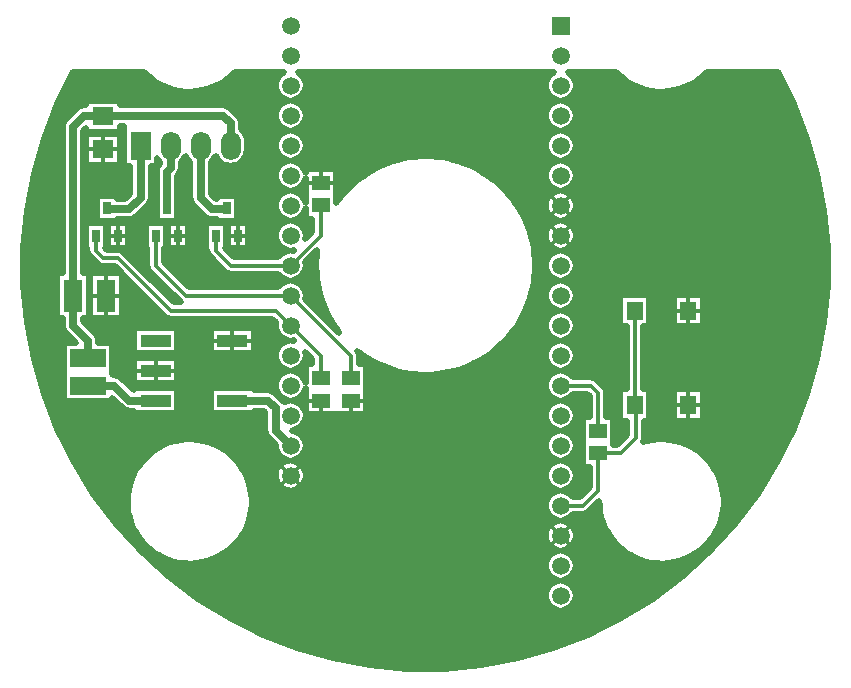
<source format=gtl>
G04 DipTrace 3.2.0.1*
G04 ddssl.GTL*
%MOIN*%
G04 #@! TF.FileFunction,Copper,L1,Top*
G04 #@! TF.Part,Single*
G04 #@! TA.AperFunction,Conductor*
%ADD13C,0.026*%
G04 #@! TA.AperFunction,CopperBalancing*
%ADD14C,0.012992*%
%ADD15C,0.02*%
G04 #@! TA.AperFunction,ComponentPad*
%ADD16C,0.059055*%
%ADD17R,0.059055X0.059055*%
%ADD18R,0.102362X0.03937*%
%ADD19R,0.062992X0.106299*%
G04 #@! TA.AperFunction,ComponentPad*
%ADD20R,0.066929X0.094488*%
%ADD21O,0.066929X0.094488*%
%ADD22R,0.120079X0.059843*%
%ADD24R,0.025591X0.041339*%
%ADD25R,0.070866X0.062992*%
%ADD26R,0.059055X0.051181*%
%ADD29R,0.055118X0.062992*%
G04 #@! TA.AperFunction,ViaPad*
%ADD30C,0.04*%
%FSLAX26Y26*%
G04*
G70*
G90*
G75*
G01*
G04 Top*
%LPD*%
X-1175000Y-100000D2*
D13*
Y462500D1*
X-1137500Y500000D1*
X-1075000D1*
Y497736D1*
X-1125000Y-309843D2*
Y-250000D1*
X-1175000Y-200000D1*
Y-100000D1*
X-1075000Y500000D2*
X-675000D1*
X-650000Y475000D1*
Y400000D1*
X-644094Y-450000D2*
X-525000D1*
X-500000Y-475000D1*
Y-550000D1*
X-450000Y-600000D1*
X-900000Y-450000D2*
X-987500D1*
X-1037500Y-400000D1*
X-1125000D1*
X575000Y-550197D2*
D14*
Y-425000D1*
X550000Y-400000D1*
X450000D1*
X697835Y-150000D2*
Y-464961D1*
X575000Y-625000D2*
X650000D1*
X700000Y-575000D1*
Y-464961D1*
X697835D1*
X450000Y-800000D2*
X525000D1*
X575000Y-750000D1*
Y-625000D1*
X-700000Y100000D2*
Y50000D1*
X-650000Y0D1*
X-450000D1*
X-350000Y200197D2*
Y100000D1*
X-450000Y0D1*
X-662598Y190551D2*
D13*
Y187500D1*
X-712500D1*
X-750000Y225000D1*
Y400000D1*
X-900000Y100000D2*
D14*
Y0D1*
X-800000Y-100000D1*
X-450000D1*
X-250000Y-300000D1*
Y-375197D1*
X-862598Y190551D2*
D13*
Y312402D1*
X-850000Y325000D1*
Y400000D1*
X-450000Y-200000D2*
D14*
X-500000Y-150000D1*
X-850000D1*
X-1025000Y25000D1*
X-1075000D1*
X-1100000Y50000D1*
Y100000D1*
X-450000Y-200000D2*
X-350000Y-300000D1*
Y-375197D1*
X-1062598Y190551D2*
D13*
Y187500D1*
X-987500D1*
X-950000Y225000D1*
Y400000D1*
D30*
X-800000Y-350000D3*
X-750000Y-250000D3*
X-550000D3*
X-1000000Y-100000D3*
X850000Y-300000D3*
X-1125000Y300000D3*
X-975000Y100000D3*
Y50000D3*
X-825000D3*
X-625000D3*
X-775000Y100000D3*
X-575000D3*
X-1100000Y600000D3*
X0D3*
X1150000D3*
X-1000000Y-350000D3*
X0Y-1300000D3*
X-1300000Y0D3*
X-1050000Y-200000D3*
X1300000Y0D3*
X-400000Y-50000D3*
X-1183404Y624781D2*
D15*
X-917698D1*
X-655224D2*
X-495808D1*
X-404178D2*
X404203D1*
X495797D2*
X655213D1*
X917686D2*
X1182136D1*
X-1193308Y604912D2*
X-887879D1*
X-685045D2*
X-502088D1*
X-397899D2*
X397924D1*
X502076D2*
X685033D1*
X887867D2*
X1192041D1*
X-1203213Y585043D2*
X-836134D1*
X-736753D2*
X-500042D1*
X-399945D2*
X399933D1*
X500067D2*
X736778D1*
X836157D2*
X1201908D1*
X-1213080Y565175D2*
X-488344D1*
X-411678D2*
X411667D1*
X488332D2*
X1211812D1*
X-1222984Y545306D2*
X-1133219D1*
X-1016757D2*
X-473919D1*
X-426068D2*
X426093D1*
X473907D2*
X1221717D1*
X-1231417Y525437D2*
X-1161747D1*
X-650739D2*
X-495413D1*
X-404573D2*
X404562D1*
X495438D2*
X1230114D1*
X-1239096Y505568D2*
X-1181734D1*
X-630752D2*
X-502016D1*
X-397971D2*
X397995D1*
X502004D2*
X1237829D1*
X-1246811Y485699D2*
X-1201579D1*
X-615932D2*
X-500257D1*
X-399730D2*
X399753D1*
X500247D2*
X1245508D1*
X-1254491Y465831D2*
X-1210621D1*
X-1016757D2*
X-1006276D1*
X-614209D2*
X-488954D1*
X-411033D2*
X411058D1*
X488942D2*
X1253223D1*
X-1262206Y445962D2*
X-1210801D1*
X-1016757D2*
X-1006276D1*
X-604304D2*
X-472520D1*
X-427504D2*
X427492D1*
X472508D2*
X1260903D1*
X-1269885Y426093D2*
X-1210801D1*
X-1016757D2*
X-1006276D1*
X-595155D2*
X-495018D1*
X-404969D2*
X404957D1*
X495043D2*
X1268617D1*
X-1275841Y406224D2*
X-1210801D1*
X-1016757D2*
X-1006276D1*
X-593719D2*
X-501944D1*
X-398042D2*
X398067D1*
X501933D2*
X1274538D1*
X-1281475Y386356D2*
X-1210801D1*
X-1016757D2*
X-1006276D1*
X-593719D2*
X-500437D1*
X-399550D2*
X399575D1*
X500425D2*
X1280209D1*
X-1287146Y366487D2*
X-1210801D1*
X-1016757D2*
X-1006276D1*
X-597451D2*
X-489564D1*
X-410458D2*
X410448D1*
X489552D2*
X1285841D1*
X-1292780Y346618D2*
X-1210801D1*
X-1016757D2*
X-1006276D1*
X-810890D2*
X-789089D1*
X-710917D2*
X-689115D1*
X-610908D2*
X-470976D1*
X-429046D2*
X-114646D1*
X114635D2*
X429035D1*
X470965D2*
X1291512D1*
X-1298449Y326749D2*
X-1210801D1*
X-1139194D2*
X-985807D1*
X-914201D2*
X-895199D1*
X-814192D2*
X-785789D1*
X-714182D2*
X-494623D1*
X-405364D2*
X-163449D1*
X163437D2*
X405387D1*
X494613D2*
X1297181D1*
X-1304083Y306881D2*
X-1210801D1*
X-1139194D2*
X-985807D1*
X-914201D2*
X-898392D1*
X-819466D2*
X-785789D1*
X-714182D2*
X-501873D1*
X-297675D2*
X-198615D1*
X198604D2*
X398139D1*
X501861D2*
X1302815D1*
X-1308101Y287012D2*
X-1210801D1*
X-1139194D2*
X-985807D1*
X-914201D2*
X-898392D1*
X-826787D2*
X-785789D1*
X-714182D2*
X-500617D1*
X-297675D2*
X-226640D1*
X226630D2*
X399395D1*
X500605D2*
X1306798D1*
X-1311798Y267143D2*
X-1210801D1*
X-1139194D2*
X-985807D1*
X-914201D2*
X-898392D1*
X-826787D2*
X-785789D1*
X-714182D2*
X-490138D1*
X-297675D2*
X-249929D1*
X249919D2*
X409873D1*
X490127D2*
X1310530D1*
X-1315529Y247274D2*
X-1210801D1*
X-1139194D2*
X-985807D1*
X-914201D2*
X-898392D1*
X-826787D2*
X-785789D1*
X-714182D2*
X-469253D1*
X-430734D2*
X-402329D1*
X-297675D2*
X-269738D1*
X269762D2*
X430722D1*
X469278D2*
X1314226D1*
X-1319226Y227406D2*
X-1210801D1*
X-1139194D2*
X-1098196D1*
X-1027021D2*
X-997398D1*
X-914201D2*
X-898392D1*
X-826787D2*
X-785789D1*
X-627020D2*
X-494230D1*
X-297675D2*
X-286839D1*
X286807D2*
X405782D1*
X494218D2*
X1317958D1*
X-1322958Y207537D2*
X-1210801D1*
X-1139194D2*
X-1098196D1*
X-919045D2*
X-898392D1*
X-826787D2*
X-780944D1*
X-627020D2*
X-501765D1*
X301592D2*
X398247D1*
X501753D2*
X1321655D1*
X-1326654Y187668D2*
X-1210801D1*
X-1139194D2*
X-1098411D1*
X-937525D2*
X-898285D1*
X-826930D2*
X-762463D1*
X-626804D2*
X-500795D1*
X314438D2*
X399215D1*
X500785D2*
X1325386D1*
X-1329022Y167799D2*
X-1210801D1*
X-1139194D2*
X-1098196D1*
X-957406D2*
X-898177D1*
X-827003D2*
X-742584D1*
X-627020D2*
X-490677D1*
X325526D2*
X409335D1*
X490665D2*
X1327755D1*
X-1330852Y147930D2*
X-1210801D1*
X-1139194D2*
X-467352D1*
X-432635D2*
X-379293D1*
X335108D2*
X432659D1*
X467340D2*
X1329585D1*
X-1332718Y128062D2*
X-1210801D1*
X-989593D2*
X-935605D1*
X-789610D2*
X-735587D1*
X-589592D2*
X-493762D1*
X-406224D2*
X-379293D1*
X343217D2*
X406213D1*
X493787D2*
X1331415D1*
X-1334549Y108193D2*
X-1210801D1*
X-989593D2*
X-935605D1*
X-789610D2*
X-735587D1*
X-589592D2*
X-501657D1*
X-398329D2*
X-382413D1*
X350035D2*
X398354D1*
X501646D2*
X1333245D1*
X-1336378Y88324D2*
X-1210801D1*
X-989593D2*
X-935605D1*
X-789610D2*
X-735587D1*
X-589592D2*
X-500940D1*
X355597D2*
X399035D1*
X500963D2*
X1335110D1*
X-1338209Y68455D2*
X-1210801D1*
X-989593D2*
X-935605D1*
X-789610D2*
X-735587D1*
X-589592D2*
X-491215D1*
X359975D2*
X408797D1*
X491203D2*
X1336941D1*
X-1339105Y48587D2*
X-1210801D1*
X-1009259D2*
X-929289D1*
X-870709D2*
X-729270D1*
X-657988D2*
X-465127D1*
X363205D2*
X434885D1*
X465115D2*
X1337839D1*
X-1339105Y28718D2*
X-1210801D1*
X-1139194D2*
X-1119332D1*
X-988122D2*
X-929289D1*
X-870709D2*
X-719331D1*
X-638108D2*
X-493332D1*
X-380675D2*
X-365333D1*
X365322D2*
X406680D1*
X493320D2*
X1337839D1*
X-1339105Y8849D2*
X-1210801D1*
X-1139194D2*
X-1099451D1*
X-968243D2*
X-929289D1*
X-868234D2*
X-699450D1*
X-398474D2*
X-366337D1*
X366362D2*
X398462D1*
X501538D2*
X1337839D1*
X-1339105Y-11020D2*
X-1210801D1*
X-1139194D2*
X-1029585D1*
X-948362D2*
X-926957D1*
X-848390D2*
X-679571D1*
X-398904D2*
X-366302D1*
X366290D2*
X398892D1*
X501108D2*
X1337839D1*
X-1339105Y-30888D2*
X-1229281D1*
X-928518D2*
X-909697D1*
X-828509D2*
X-491718D1*
X-408269D2*
X-365154D1*
X365142D2*
X408259D1*
X491741D2*
X1337839D1*
X-1339105Y-50757D2*
X-1229281D1*
X-1010478D2*
X-989861D1*
X-908639D2*
X-889852D1*
X-808630D2*
X-462400D1*
X-437623D2*
X-362892D1*
X362917D2*
X437612D1*
X462388D2*
X1337839D1*
X-1338604Y-70626D2*
X-1229281D1*
X-1010478D2*
X-969982D1*
X-888759D2*
X-869972D1*
X-788786D2*
X-492866D1*
X-407121D2*
X-359555D1*
X359545D2*
X407146D1*
X492854D2*
X1337336D1*
X-1336773Y-90495D2*
X-1229281D1*
X-1010478D2*
X-950102D1*
X-868915D2*
X-850093D1*
X-398581D2*
X-355034D1*
X355059D2*
X398570D1*
X501430D2*
X1335505D1*
X-1334942Y-110364D2*
X-1229281D1*
X-1010478D2*
X-930222D1*
X-849035D2*
X-830248D1*
X-398760D2*
X-349365D1*
X349353D2*
X398749D1*
X501251D2*
X647462D1*
X748206D2*
X824659D1*
X925366D2*
X1333639D1*
X-1333113Y-130232D2*
X-1229281D1*
X-1010478D2*
X-910378D1*
X-379168D2*
X-342403D1*
X342391D2*
X407756D1*
X492244D2*
X647462D1*
X748206D2*
X824659D1*
X925366D2*
X1331810D1*
X-1331247Y-150101D2*
X-1229281D1*
X-1010478D2*
X-890499D1*
X-359287D2*
X-334114D1*
X334102D2*
X441451D1*
X458567D2*
X647462D1*
X748206D2*
X824659D1*
X925366D2*
X1329979D1*
X-1329417Y-169970D2*
X-1229281D1*
X-1010478D2*
X-870618D1*
X-339444D2*
X-324390D1*
X324413D2*
X407613D1*
X492387D2*
X647462D1*
X748206D2*
X824659D1*
X925366D2*
X1328150D1*
X-1327444Y-189839D2*
X-1210801D1*
X-1135356D2*
X-501298D1*
X313110D2*
X398713D1*
X501287D2*
X647462D1*
X748206D2*
X824659D1*
X925366D2*
X1326176D1*
X-1323747Y-209707D2*
X-1209365D1*
X-1115475D2*
X-973965D1*
X-826033D2*
X-718075D1*
X-570108D2*
X-501370D1*
X300084D2*
X398605D1*
X501395D2*
X668526D1*
X727142D2*
X1322444D1*
X-1320014Y-229576D2*
X-1195227D1*
X-1096062D2*
X-973965D1*
X-826033D2*
X-718075D1*
X-570108D2*
X-492722D1*
X285084D2*
X407289D1*
X492710D2*
X668526D1*
X727142D2*
X1318748D1*
X-1316319Y-249445D2*
X-1175346D1*
X-1089207D2*
X-973965D1*
X-826033D2*
X-718075D1*
X-570108D2*
X-461395D1*
X267717D2*
X438617D1*
X461383D2*
X668526D1*
X727142D2*
X1315016D1*
X-1312587Y-269314D2*
X-1207822D1*
X-1042164D2*
X-973965D1*
X-826033D2*
X-718075D1*
X-570108D2*
X-491896D1*
X247550D2*
X408114D1*
X491886D2*
X668526D1*
X727142D2*
X1311320D1*
X-1308891Y-289182D2*
X-1207822D1*
X-1042164D2*
X-973965D1*
X-826033D2*
X-718075D1*
X-570108D2*
X-501155D1*
X223831D2*
X398857D1*
X501143D2*
X668526D1*
X727142D2*
X1307588D1*
X-1305159Y-309051D2*
X-1207822D1*
X-1042164D2*
X-501513D1*
X-398509D2*
X-381552D1*
X-220703D2*
X-195171D1*
X195194D2*
X398497D1*
X501503D2*
X668526D1*
X727142D2*
X1303891D1*
X-1299669Y-328920D2*
X-1207822D1*
X-1042164D2*
X-973965D1*
X-826033D2*
X-493189D1*
X-197665D2*
X-158999D1*
X158988D2*
X406823D1*
X493177D2*
X668526D1*
X727142D2*
X1298365D1*
X-1293999Y-348789D2*
X-1207822D1*
X-1042164D2*
X-973965D1*
X-826033D2*
X-464337D1*
X-435650D2*
X-402329D1*
X-197665D2*
X-107720D1*
X107745D2*
X435638D1*
X464362D2*
X668526D1*
X727142D2*
X1292731D1*
X-1288329Y-368657D2*
X-1207822D1*
X-1022858D2*
X-973965D1*
X-826033D2*
X-491394D1*
X-197665D2*
X408617D1*
X491383D2*
X668526D1*
X727142D2*
X1287062D1*
X-1282696Y-388526D2*
X-1207822D1*
X-999175D2*
X-973965D1*
X-826033D2*
X-501012D1*
X-197665D2*
X399000D1*
X579119D2*
X668526D1*
X727142D2*
X1281392D1*
X-1277026Y-408395D2*
X-1207822D1*
X-979295D2*
X-501621D1*
X-197665D2*
X398390D1*
X598677D2*
X668526D1*
X727142D2*
X1275759D1*
X-1271392Y-428264D2*
X-1207822D1*
X-826033D2*
X-718075D1*
X-197665D2*
X406357D1*
X493643D2*
X537656D1*
X604310D2*
X647462D1*
X748206D2*
X824659D1*
X925366D2*
X1270089D1*
X-1263820Y-448133D2*
X-1207822D1*
X-826033D2*
X-718075D1*
X-477059D2*
X-466706D1*
X-433316D2*
X-402329D1*
X-197665D2*
X433306D1*
X466694D2*
X545694D1*
X604310D2*
X647462D1*
X748206D2*
X824659D1*
X925366D2*
X1262552D1*
X-1256142Y-468001D2*
X-1019286D1*
X-826033D2*
X-718075D1*
X-197665D2*
X409155D1*
X490845D2*
X545694D1*
X604310D2*
X647462D1*
X748206D2*
X824659D1*
X925366D2*
X1254837D1*
X-1248427Y-487870D2*
X-973965D1*
X-826033D2*
X-718075D1*
X-570108D2*
X-536932D1*
X-197665D2*
X399143D1*
X500856D2*
X545694D1*
X604310D2*
X647462D1*
X748206D2*
X824659D1*
X925366D2*
X1247159D1*
X-1240747Y-507739D2*
X-535783D1*
X-398259D2*
X398282D1*
X501718D2*
X522657D1*
X627312D2*
X647462D1*
X748206D2*
X824659D1*
X925366D2*
X1239444D1*
X-1233031Y-527608D2*
X-535783D1*
X-405937D2*
X405925D1*
X494073D2*
X522657D1*
X627312D2*
X670715D1*
X729295D2*
X1231764D1*
X-1225101Y-547476D2*
X-535783D1*
X-431307D2*
X431295D1*
X468703D2*
X522657D1*
X627312D2*
X670715D1*
X729295D2*
X1223798D1*
X-1215197Y-567345D2*
X-531010D1*
X-409705D2*
X409693D1*
X490306D2*
X522657D1*
X627312D2*
X667055D1*
X729295D2*
X1213930D1*
X-1205293Y-587214D2*
X-844530D1*
X-728392D2*
X-512602D1*
X-399335D2*
X399323D1*
X500677D2*
X522657D1*
X627312D2*
X647175D1*
X844520D2*
X1204026D1*
X-1195425Y-607083D2*
X-891718D1*
X-681169D2*
X-501836D1*
X-398186D2*
X398175D1*
X501825D2*
X522657D1*
X891743D2*
X1194122D1*
X-1185521Y-626951D2*
X-920354D1*
X-652533D2*
X-494516D1*
X-405507D2*
X405495D1*
X494505D2*
X522657D1*
X920378D2*
X1184253D1*
X-1175617Y-646820D2*
X-941239D1*
X-631685D2*
X-470474D1*
X-429549D2*
X429538D1*
X470462D2*
X522657D1*
X941227D2*
X1174349D1*
X-1164457Y-666689D2*
X-957278D1*
X-615644D2*
X-489744D1*
X-410280D2*
X410268D1*
X489732D2*
X522657D1*
X957268D2*
X1163190D1*
X-1152148Y-686558D2*
X-969731D1*
X-603193D2*
X-500509D1*
X-399514D2*
X399503D1*
X500497D2*
X545694D1*
X969719D2*
X1150882D1*
X-1139840Y-706427D2*
X-979348D1*
X-593576D2*
X-501908D1*
X-398079D2*
X398067D1*
X501933D2*
X545694D1*
X979336D2*
X1138573D1*
X-1127568Y-726295D2*
X-986488D1*
X-586399D2*
X-494911D1*
X-405076D2*
X405100D1*
X494899D2*
X545694D1*
X986513D2*
X1126265D1*
X-1115260Y-746164D2*
X-991476D1*
X-581446D2*
X-472052D1*
X-427970D2*
X427958D1*
X472041D2*
X538231D1*
X991465D2*
X1113957D1*
X-1102341Y-766033D2*
X-994419D1*
X-578469D2*
X410878D1*
X489122D2*
X518350D1*
X994444D2*
X1101075D1*
X-1087343Y-785902D2*
X-995424D1*
X-577463D2*
X399682D1*
X995448D2*
X1086075D1*
X-1072343Y-805770D2*
X-994526D1*
X-578361D2*
X397995D1*
X559850D2*
X578385D1*
X994551D2*
X1071039D1*
X-1057343Y-825639D2*
X-991692D1*
X-581231D2*
X404706D1*
X536382D2*
X581220D1*
X991680D2*
X1056039D1*
X-1042344Y-845508D2*
X-986848D1*
X-586076D2*
X426524D1*
X473476D2*
X586064D1*
X986836D2*
X1041039D1*
X-1026554Y-865377D2*
X-979814D1*
X-593109D2*
X411488D1*
X488512D2*
X593097D1*
X979802D2*
X1025287D1*
X-1008433Y-885245D2*
X-970340D1*
X-602583D2*
X399898D1*
X500102D2*
X602571D1*
X970329D2*
X1007165D1*
X-990346Y-905114D2*
X-958033D1*
X-614854D2*
X397924D1*
X502076D2*
X614879D1*
X958056D2*
X989043D1*
X-972226Y-924983D2*
X-942243D1*
X-630680D2*
X404311D1*
X495689D2*
X630668D1*
X942232D2*
X970923D1*
X-954104Y-944852D2*
X-921681D1*
X-651206D2*
X425160D1*
X474840D2*
X651230D1*
X921706D2*
X952836D1*
X-933650Y-964720D2*
X-893656D1*
X-679266D2*
X412098D1*
X487902D2*
X679291D1*
X893644D2*
X932383D1*
X-911869Y-984589D2*
X-848335D1*
X-724589D2*
X400076D1*
X499924D2*
X724577D1*
X848323D2*
X910566D1*
X-890051Y-1004458D2*
X397887D1*
X502112D2*
X888783D1*
X-868269Y-1024327D2*
X403951D1*
X496047D2*
X867001D1*
X-844513Y-1044196D2*
X423940D1*
X476060D2*
X843247D1*
X-818210Y-1064064D2*
X412780D1*
X487220D2*
X816907D1*
X-791907Y-1083933D2*
X400291D1*
X499707D2*
X790604D1*
X-765568Y-1103802D2*
X397816D1*
X502184D2*
X764301D1*
X-735390Y-1123671D2*
X403593D1*
X496407D2*
X734087D1*
X-703273Y-1143539D2*
X422756D1*
X477244D2*
X702007D1*
X-671193Y-1163408D2*
X669925D1*
X-636063Y-1183277D2*
X634795D1*
X-596159Y-1203146D2*
X594892D1*
X-556256Y-1223014D2*
X554988D1*
X-509427Y-1242883D2*
X508123D1*
X-458113Y-1262752D2*
X456845D1*
X-400231Y-1282621D2*
X398965D1*
X-330402Y-1302490D2*
X329134D1*
X-236923Y-1322358D2*
X235655D1*
X-76341Y-1342227D2*
X75038D1*
X-399828Y596051D2*
X-401063Y588251D1*
X-403504Y580740D1*
X-407089Y573703D1*
X-411731Y567315D1*
X-417315Y561731D1*
X-423703Y557089D1*
X-430740Y553504D1*
X-438251Y551063D1*
X-444442Y550018D1*
X-438251Y548937D1*
X-430740Y546496D1*
X-423703Y542911D1*
X-417315Y538269D1*
X-411731Y532685D1*
X-407089Y526297D1*
X-403504Y519260D1*
X-401063Y511749D1*
X-399828Y503949D1*
Y496051D1*
X-401063Y488251D1*
X-403504Y480740D1*
X-407089Y473703D1*
X-411731Y467315D1*
X-417315Y461731D1*
X-423703Y457089D1*
X-430740Y453504D1*
X-438251Y451063D1*
X-444442Y450018D1*
X-438251Y448937D1*
X-430740Y446496D1*
X-423703Y442911D1*
X-417315Y438269D1*
X-411731Y432685D1*
X-407089Y426297D1*
X-403504Y419260D1*
X-401063Y411749D1*
X-399828Y403949D1*
Y396051D1*
X-401063Y388251D1*
X-403504Y380740D1*
X-407089Y373703D1*
X-411731Y367315D1*
X-417315Y361731D1*
X-423703Y357089D1*
X-430740Y353504D1*
X-438251Y351063D1*
X-444442Y350018D1*
X-438251Y348937D1*
X-430740Y346496D1*
X-423703Y342911D1*
X-417315Y338269D1*
X-411731Y332685D1*
X-407089Y326297D1*
X-403504Y319260D1*
X-401063Y311749D1*
X-400325Y308039D1*
X-400328Y321391D1*
X-299672D1*
Y207438D1*
X-286936Y224722D1*
X-275248Y238895D1*
X-262861Y252461D1*
X-249806Y265386D1*
X-236115Y277636D1*
X-221825Y289181D1*
X-206972Y299991D1*
X-191593Y310039D1*
X-175727Y319301D1*
X-159415Y327749D1*
X-142697Y335365D1*
X-125617Y342130D1*
X-108218Y348025D1*
X-90543Y353035D1*
X-72640Y357150D1*
X-54551Y360357D1*
X-36324Y362647D1*
X-18004Y364017D1*
X361Y364462D1*
X18726Y363980D1*
X37043Y362575D1*
X55265Y360248D1*
X73348Y357005D1*
X91244Y352856D1*
X108908Y347810D1*
X126295Y341881D1*
X143362Y335081D1*
X160064Y327432D1*
X176360Y318951D1*
X192207Y309659D1*
X207567Y299580D1*
X222399Y288740D1*
X236665Y277168D1*
X250332Y264890D1*
X263361Y251940D1*
X275722Y238349D1*
X287382Y224152D1*
X298311Y209387D1*
X308483Y194089D1*
X317871Y178299D1*
X326451Y162055D1*
X334203Y145399D1*
X341105Y128374D1*
X347140Y111024D1*
X352294Y93391D1*
X356552Y75520D1*
X359904Y57458D1*
X362343Y39249D1*
X363860Y20941D1*
X364462Y0D1*
X363999Y-18365D1*
X362612Y-36684D1*
X360302Y-54908D1*
X357077Y-72993D1*
X352946Y-90894D1*
X347917Y-108563D1*
X342005Y-125957D1*
X335224Y-143030D1*
X327591Y-159740D1*
X319126Y-176043D1*
X309849Y-191900D1*
X299786Y-207270D1*
X288961Y-222113D1*
X277402Y-236391D1*
X265138Y-250068D1*
X252201Y-263112D1*
X238622Y-275486D1*
X224437Y-287159D1*
X209682Y-298104D1*
X194395Y-308290D1*
X178614Y-317694D1*
X162378Y-326291D1*
X145731Y-334059D1*
X128713Y-340978D1*
X111367Y-347030D1*
X93740Y-352201D1*
X75874Y-356476D1*
X57815Y-359848D1*
X39609Y-362303D1*
X21302Y-363839D1*
X2942Y-364450D1*
X-15427Y-364135D1*
X-33756Y-362895D1*
X-51999Y-360734D1*
X-70109Y-357655D1*
X-88042Y-353668D1*
X-105752Y-348782D1*
X-123192Y-343010D1*
X-140319Y-336367D1*
X-157091Y-328869D1*
X-173462Y-320535D1*
X-189394Y-311388D1*
X-204844Y-301449D1*
X-219773Y-290744D1*
X-227226Y-284954D1*
X-224782Y-289554D1*
X-223458Y-293627D1*
X-222787Y-297858D1*
X-222703Y-328815D1*
X-199672Y-328806D1*
Y-496391D1*
X-399803D1*
X-399828Y-503949D1*
X-401063Y-511749D1*
X-403504Y-519260D1*
X-407089Y-526297D1*
X-411731Y-532685D1*
X-417315Y-538269D1*
X-423703Y-542911D1*
X-430740Y-546496D1*
X-438251Y-548937D1*
X-444442Y-549982D1*
X-438251Y-551063D1*
X-430740Y-553504D1*
X-423703Y-557089D1*
X-417315Y-561731D1*
X-411731Y-567315D1*
X-407089Y-573703D1*
X-403504Y-580740D1*
X-401063Y-588251D1*
X-399828Y-596051D1*
Y-603949D1*
X-401063Y-611749D1*
X-403504Y-619260D1*
X-407089Y-626297D1*
X-411731Y-632685D1*
X-417315Y-638269D1*
X-423703Y-642911D1*
X-430740Y-646496D1*
X-438251Y-648937D1*
X-444442Y-649982D1*
X-437429Y-651268D1*
X-430471Y-653615D1*
X-423930Y-656950D1*
X-417944Y-661202D1*
X-412639Y-666280D1*
X-408131Y-672075D1*
X-404513Y-678465D1*
X-401864Y-685312D1*
X-400239Y-692472D1*
X-399672Y-700000D1*
X-400209Y-707323D1*
X-401803Y-714490D1*
X-404425Y-721349D1*
X-408016Y-727753D1*
X-412501Y-733567D1*
X-417785Y-738665D1*
X-423753Y-742942D1*
X-430281Y-746303D1*
X-437228Y-748680D1*
X-444448Y-750021D1*
X-451785Y-750295D1*
X-459084Y-749501D1*
X-466190Y-747652D1*
X-472951Y-744789D1*
X-479224Y-740972D1*
X-484875Y-736285D1*
X-489783Y-730824D1*
X-493845Y-724706D1*
X-496974Y-718064D1*
X-499102Y-711037D1*
X-500186Y-703774D1*
X-500201Y-696432D1*
X-499147Y-689165D1*
X-497047Y-682130D1*
X-493948Y-675474D1*
X-489911Y-669340D1*
X-485025Y-663860D1*
X-479392Y-659148D1*
X-473136Y-655306D1*
X-466386Y-652415D1*
X-459287Y-650537D1*
X-455734Y-650001D1*
X-461749Y-648937D1*
X-469260Y-646496D1*
X-476297Y-642911D1*
X-482685Y-638269D1*
X-488269Y-632685D1*
X-492911Y-626297D1*
X-496496Y-619260D1*
X-498937Y-611749D1*
X-500172Y-603949D1*
X-500232Y-597579D1*
X-525702Y-571951D1*
X-528819Y-567660D1*
X-531227Y-562934D1*
X-532866Y-557891D1*
X-533696Y-552652D1*
X-533801Y-489033D1*
X-538997Y-483803D1*
X-572115Y-483801D1*
X-572113Y-490486D1*
X-716076D1*
Y-409514D1*
X-572113D1*
Y-416226D1*
X-522348Y-416304D1*
X-517109Y-417134D1*
X-512066Y-418773D1*
X-507340Y-421181D1*
X-503049Y-424298D1*
X-476100Y-451100D1*
X-474291Y-453056D1*
X-469260Y-453504D1*
X-461749Y-451063D1*
X-455558Y-450018D1*
X-461749Y-448937D1*
X-469260Y-446496D1*
X-476297Y-442911D1*
X-482685Y-438269D1*
X-488269Y-432685D1*
X-492911Y-426297D1*
X-496496Y-419260D1*
X-498937Y-411749D1*
X-500172Y-403949D1*
Y-396051D1*
X-498937Y-388251D1*
X-496496Y-380740D1*
X-492911Y-373703D1*
X-488269Y-367315D1*
X-482685Y-361731D1*
X-476297Y-357089D1*
X-469260Y-353504D1*
X-461749Y-351063D1*
X-455558Y-350018D1*
X-461749Y-348937D1*
X-469260Y-346496D1*
X-476297Y-342911D1*
X-482685Y-338269D1*
X-488269Y-332685D1*
X-492911Y-326297D1*
X-496496Y-319260D1*
X-498937Y-311749D1*
X-500172Y-303949D1*
Y-296051D1*
X-498937Y-288251D1*
X-496496Y-280740D1*
X-492911Y-273703D1*
X-488269Y-267315D1*
X-482685Y-261731D1*
X-476297Y-257089D1*
X-469260Y-253504D1*
X-461749Y-251063D1*
X-455558Y-250018D1*
X-461749Y-248937D1*
X-469260Y-246496D1*
X-476297Y-242911D1*
X-482685Y-238269D1*
X-488269Y-232685D1*
X-492911Y-226297D1*
X-496496Y-219260D1*
X-498937Y-211749D1*
X-500172Y-203949D1*
Y-196051D1*
X-499169Y-189417D1*
X-511295Y-177307D1*
X-852142Y-177211D1*
X-856373Y-176542D1*
X-860446Y-175218D1*
X-864262Y-173274D1*
X-867727Y-170756D1*
X-940755Y-97848D1*
X-1036287Y-2315D1*
X-1077142Y-2211D1*
X-1081373Y-1542D1*
X-1085446Y-218D1*
X-1089262Y1726D1*
X-1092727Y4244D1*
X-1119302Y30698D1*
X-1122083Y33955D1*
X-1124322Y37608D1*
X-1125961Y41566D1*
X-1126961Y45730D1*
X-1127297Y50000D1*
Y58504D1*
X-1133594Y58530D1*
Y141469D1*
X-1066404D1*
Y58530D1*
X-1069957D1*
X-1063673Y52276D1*
X-1022858Y52211D1*
X-1018627Y51542D1*
X-1014554Y50218D1*
X-1010738Y48274D1*
X-1007273Y45756D1*
X-934245Y-27152D1*
X-838713Y-122685D1*
X-815156Y-122703D1*
X-819307Y-119295D1*
X-920756Y-17727D1*
X-923274Y-14262D1*
X-925218Y-10446D1*
X-926542Y-6373D1*
X-927213Y-2142D1*
X-927297Y58528D1*
X-933594Y58530D1*
Y141469D1*
X-866404D1*
Y58530D1*
X-872684D1*
X-872703Y11331D1*
X-788718Y-72680D1*
X-492293Y-72703D1*
X-488269Y-67315D1*
X-482685Y-61731D1*
X-476297Y-57089D1*
X-469260Y-53504D1*
X-461749Y-51063D1*
X-455558Y-50018D1*
X-461749Y-48937D1*
X-469260Y-46496D1*
X-476297Y-42911D1*
X-482685Y-38269D1*
X-488269Y-32685D1*
X-492251Y-27285D1*
X-652142Y-27213D1*
X-656373Y-26542D1*
X-660446Y-25218D1*
X-664262Y-23274D1*
X-667727Y-20756D1*
X-719302Y30698D1*
X-722083Y33955D1*
X-724322Y37608D1*
X-725961Y41566D1*
X-726961Y45730D1*
X-727295Y50008D1*
X-730709Y58530D1*
X-733594D1*
Y141469D1*
X-666404D1*
Y58530D1*
X-669957D1*
X-638705Y27307D1*
X-492289Y27297D1*
X-488269Y32685D1*
X-482685Y38269D1*
X-476297Y42911D1*
X-469260Y46496D1*
X-461749Y48937D1*
X-455558Y49982D1*
X-461749Y51063D1*
X-469260Y53504D1*
X-476297Y57089D1*
X-482685Y61731D1*
X-488269Y67315D1*
X-492911Y73703D1*
X-496496Y80740D1*
X-498937Y88251D1*
X-500172Y96051D1*
Y103949D1*
X-498937Y111749D1*
X-496496Y119260D1*
X-492911Y126297D1*
X-488269Y132685D1*
X-482685Y138269D1*
X-476297Y142911D1*
X-469260Y146496D1*
X-461749Y148937D1*
X-455558Y149982D1*
X-461749Y151063D1*
X-469260Y153504D1*
X-476297Y157089D1*
X-482685Y161731D1*
X-488269Y167315D1*
X-492911Y173703D1*
X-496496Y180740D1*
X-498937Y188251D1*
X-500172Y196051D1*
Y203949D1*
X-498937Y211749D1*
X-496496Y219260D1*
X-492911Y226297D1*
X-488269Y232685D1*
X-482685Y238269D1*
X-476297Y242911D1*
X-469260Y246496D1*
X-461749Y248937D1*
X-455558Y249982D1*
X-461749Y251063D1*
X-469260Y253504D1*
X-476297Y257089D1*
X-482685Y261731D1*
X-488269Y267315D1*
X-492911Y273703D1*
X-496496Y280740D1*
X-498937Y288251D1*
X-500172Y296051D1*
Y303949D1*
X-498937Y311749D1*
X-496496Y319260D1*
X-492911Y326297D1*
X-488269Y332685D1*
X-482685Y338269D1*
X-476297Y342911D1*
X-469260Y346496D1*
X-461749Y348937D1*
X-455558Y349982D1*
X-461749Y351063D1*
X-469260Y353504D1*
X-476297Y357089D1*
X-482685Y361731D1*
X-488269Y367315D1*
X-492911Y373703D1*
X-496496Y380740D1*
X-498937Y388251D1*
X-500172Y396051D1*
Y403949D1*
X-498937Y411749D1*
X-496496Y419260D1*
X-492911Y426297D1*
X-488269Y432685D1*
X-482685Y438269D1*
X-476297Y442911D1*
X-469260Y446496D1*
X-461749Y448937D1*
X-455558Y449982D1*
X-461749Y451063D1*
X-469260Y453504D1*
X-476297Y457089D1*
X-482685Y461731D1*
X-488269Y467315D1*
X-492911Y473703D1*
X-496496Y480740D1*
X-498937Y488251D1*
X-500172Y496051D1*
Y503949D1*
X-498937Y511749D1*
X-496496Y519260D1*
X-492911Y526297D1*
X-488269Y532685D1*
X-482685Y538269D1*
X-476297Y542911D1*
X-469260Y546496D1*
X-461749Y548937D1*
X-455558Y549982D1*
X-461749Y551063D1*
X-469260Y553504D1*
X-476297Y557089D1*
X-482685Y561731D1*
X-488269Y567315D1*
X-492911Y573703D1*
X-496496Y580740D1*
X-498937Y588251D1*
X-500172Y596051D1*
Y603949D1*
X-498937Y611749D1*
X-496496Y619260D1*
X-492911Y626297D1*
X-488269Y632685D1*
X-482685Y638269D1*
X-476297Y642911D1*
X-473185Y644654D1*
X-635703Y644650D1*
X-648808Y631879D1*
X-663054Y620285D1*
X-678270Y610000D1*
X-694339Y601104D1*
X-711133Y593668D1*
X-728520Y587749D1*
X-746362Y583395D1*
X-764521Y580640D1*
X-782853Y579507D1*
X-801213Y580001D1*
X-819457Y582123D1*
X-837441Y585853D1*
X-855024Y591161D1*
X-872066Y598009D1*
X-888434Y606340D1*
X-904000Y616089D1*
X-918640Y627180D1*
X-932239Y639525D1*
X-937196Y644665D1*
X-1175545Y644650D1*
X-1228223Y538810D1*
X-1272996Y423231D1*
X-1306916Y304013D1*
X-1329690Y182176D1*
X-1341125Y58756D1*
X-1341123Y-65193D1*
X-1329685Y-188613D1*
X-1306908Y-310450D1*
X-1272987Y-429667D1*
X-1228210Y-545245D1*
X-1172959Y-656198D1*
X-1107709Y-761581D1*
X-1033010Y-860493D1*
X-949507Y-952091D1*
X-857907Y-1035592D1*
X-758993Y-1110287D1*
X-653609Y-1175537D1*
X-542654Y-1230783D1*
X-427075Y-1275556D1*
X-307857Y-1309476D1*
X-186020Y-1332251D1*
X-62600Y-1343685D1*
X61349Y-1343684D1*
X184769Y-1332247D1*
X306606Y-1309469D1*
X425823Y-1275547D1*
X541402Y-1230772D1*
X652356Y-1175522D1*
X757738Y-1110270D1*
X856650Y-1035572D1*
X948248Y-952068D1*
X1031749Y-860469D1*
X1106445Y-761555D1*
X1171694Y-656171D1*
X1226941Y-545215D1*
X1271714Y-429636D1*
X1305634Y-310420D1*
X1328408Y-188581D1*
X1339844Y-65161D1*
X1339843Y58786D1*
X1328404Y182207D1*
X1305627Y304045D1*
X1271706Y423261D1*
X1226930Y538840D1*
X1174245Y644639D1*
X937244Y644650D1*
X924105Y631879D1*
X909860Y620285D1*
X894643Y610000D1*
X878575Y601104D1*
X861781Y593668D1*
X844394Y587749D1*
X826551Y583395D1*
X808392Y580640D1*
X790060Y579507D1*
X771701Y580001D1*
X753457Y582123D1*
X735472Y585853D1*
X717890Y591161D1*
X700848Y598009D1*
X684479Y606340D1*
X668913Y616089D1*
X654273Y627180D1*
X640675Y639525D1*
X635718Y644665D1*
X473190Y644650D1*
X479581Y640715D1*
X485587Y635587D1*
X490715Y629581D1*
X494843Y622848D1*
X497865Y615552D1*
X499707Y607873D1*
X500328Y600000D1*
X499707Y592127D1*
X497865Y584448D1*
X494843Y577152D1*
X490715Y570419D1*
X485587Y564413D1*
X479581Y559285D1*
X472848Y555157D1*
X465552Y552135D1*
X457873Y550293D1*
X455558Y550018D1*
X461749Y548937D1*
X469260Y546496D1*
X476297Y542911D1*
X482685Y538269D1*
X488269Y532685D1*
X492911Y526297D1*
X496496Y519260D1*
X498937Y511749D1*
X500172Y503949D1*
Y496051D1*
X498937Y488251D1*
X496496Y480740D1*
X492911Y473703D1*
X488269Y467315D1*
X482685Y461731D1*
X476297Y457089D1*
X469260Y453504D1*
X461749Y451063D1*
X455558Y450018D1*
X461749Y448937D1*
X469260Y446496D1*
X476297Y442911D1*
X482685Y438269D1*
X488269Y432685D1*
X492911Y426297D1*
X496496Y419260D1*
X498937Y411749D1*
X500172Y403949D1*
Y396051D1*
X498937Y388251D1*
X496496Y380740D1*
X492911Y373703D1*
X488269Y367315D1*
X482685Y361731D1*
X476297Y357089D1*
X469260Y353504D1*
X461749Y351063D1*
X455558Y350018D1*
X461749Y348937D1*
X469260Y346496D1*
X476297Y342911D1*
X482685Y338269D1*
X488269Y332685D1*
X492911Y326297D1*
X496496Y319260D1*
X498937Y311749D1*
X500172Y303949D1*
Y296051D1*
X498937Y288251D1*
X496496Y280740D1*
X492911Y273703D1*
X488269Y267315D1*
X482685Y261731D1*
X476297Y257089D1*
X469260Y253504D1*
X461749Y251063D1*
X455558Y250018D1*
X462571Y248732D1*
X469529Y246385D1*
X476070Y243050D1*
X482056Y238798D1*
X487361Y233720D1*
X491869Y227925D1*
X495487Y221535D1*
X498136Y214688D1*
X499761Y207528D1*
X500328Y200000D1*
X499791Y192677D1*
X498197Y185510D1*
X495575Y178651D1*
X491984Y172247D1*
X487499Y166433D1*
X482215Y161335D1*
X476247Y157058D1*
X469719Y153697D1*
X462772Y151320D1*
X455717Y150001D1*
X462571Y148732D1*
X469529Y146385D1*
X476070Y143050D1*
X482056Y138798D1*
X487361Y133720D1*
X491869Y127925D1*
X495487Y121535D1*
X498136Y114688D1*
X499761Y107528D1*
X500328Y100000D1*
X499791Y92677D1*
X498197Y85510D1*
X495575Y78651D1*
X491984Y72247D1*
X487499Y66433D1*
X482215Y61335D1*
X476247Y57058D1*
X469719Y53697D1*
X462772Y51320D1*
X455717Y50001D1*
X461749Y48937D1*
X469260Y46496D1*
X476297Y42911D1*
X482685Y38269D1*
X488269Y32685D1*
X492911Y26297D1*
X496496Y19260D1*
X498937Y11749D1*
X500172Y3949D1*
Y-3949D1*
X498937Y-11749D1*
X496496Y-19260D1*
X492911Y-26297D1*
X488269Y-32685D1*
X482685Y-38269D1*
X476297Y-42911D1*
X469260Y-46496D1*
X461749Y-48937D1*
X455558Y-49982D1*
X461749Y-51063D1*
X469260Y-53504D1*
X476297Y-57089D1*
X482685Y-61731D1*
X488269Y-67315D1*
X492911Y-73703D1*
X496496Y-80740D1*
X498937Y-88251D1*
X500172Y-96051D1*
Y-103949D1*
X498937Y-111749D1*
X496496Y-119260D1*
X492911Y-126297D1*
X488269Y-132685D1*
X482685Y-138269D1*
X476297Y-142911D1*
X469260Y-146496D1*
X461749Y-148937D1*
X455558Y-149982D1*
X461749Y-151063D1*
X469260Y-153504D1*
X476297Y-157089D1*
X482685Y-161731D1*
X488269Y-167315D1*
X492911Y-173703D1*
X496496Y-180740D1*
X498937Y-188251D1*
X500172Y-196051D1*
Y-203949D1*
X498937Y-211749D1*
X496496Y-219260D1*
X492911Y-226297D1*
X488269Y-232685D1*
X482685Y-238269D1*
X476297Y-242911D1*
X469260Y-246496D1*
X461749Y-248937D1*
X455558Y-249982D1*
X461749Y-251063D1*
X469260Y-253504D1*
X476297Y-257089D1*
X482685Y-261731D1*
X488269Y-267315D1*
X492911Y-273703D1*
X496496Y-280740D1*
X498937Y-288251D1*
X500172Y-296051D1*
Y-303949D1*
X498937Y-311749D1*
X496496Y-319260D1*
X492911Y-326297D1*
X488269Y-332685D1*
X482685Y-338269D1*
X476297Y-342911D1*
X469260Y-346496D1*
X461749Y-348937D1*
X455558Y-349982D1*
X461749Y-351063D1*
X469260Y-353504D1*
X476297Y-357089D1*
X482685Y-361731D1*
X488269Y-367315D1*
X492251Y-372715D1*
X552142Y-372787D1*
X556373Y-373458D1*
X560446Y-374782D1*
X564262Y-376726D1*
X567727Y-379244D1*
X594302Y-405698D1*
X597083Y-408955D1*
X599322Y-412608D1*
X600961Y-416566D1*
X601961Y-420730D1*
X602295Y-425008D1*
X602297Y-503837D1*
X625328Y-503807D1*
Y-597736D1*
X638694Y-597703D1*
X672693Y-563705D1*
X672703Y-517257D1*
X649476D1*
Y-412665D1*
X670539D1*
X670538Y-202324D1*
X649476Y-202297D1*
Y-97705D1*
X746194D1*
Y-202297D1*
X725130D1*
X725131Y-412636D1*
X746194Y-412665D1*
Y-517257D1*
X727283D1*
X727213Y-577142D1*
X726542Y-581373D1*
X725218Y-585446D1*
X723269Y-589269D1*
X739318Y-584915D1*
X757370Y-581529D1*
X775651Y-579757D1*
X794017Y-579613D1*
X812323Y-581097D1*
X830427Y-584199D1*
X848182Y-588894D1*
X865454Y-595143D1*
X882102Y-602899D1*
X897997Y-612101D1*
X913014Y-622675D1*
X927035Y-634539D1*
X939949Y-647600D1*
X951655Y-661753D1*
X962059Y-676888D1*
X971080Y-692887D1*
X978648Y-709622D1*
X984703Y-726962D1*
X989197Y-744770D1*
X992094Y-762907D1*
X993373Y-781228D1*
X993235Y-795640D1*
X991606Y-813934D1*
X988362Y-832012D1*
X983529Y-849732D1*
X977144Y-866953D1*
X969257Y-883539D1*
X959932Y-899362D1*
X949240Y-914297D1*
X937266Y-928223D1*
X924105Y-941034D1*
X909860Y-952629D1*
X894643Y-962913D1*
X878575Y-971810D1*
X861781Y-979245D1*
X844394Y-985164D1*
X826551Y-989518D1*
X808392Y-992273D1*
X790060Y-993407D1*
X771701Y-992912D1*
X753457Y-990790D1*
X735472Y-987060D1*
X717890Y-981752D1*
X700848Y-974904D1*
X684479Y-966573D1*
X668913Y-956824D1*
X654273Y-945734D1*
X640675Y-933388D1*
X628223Y-919886D1*
X617017Y-905333D1*
X607146Y-889845D1*
X598688Y-873542D1*
X591706Y-856554D1*
X586259Y-839014D1*
X582388Y-821060D1*
X580123Y-802833D1*
X579497Y-784083D1*
X542727Y-820756D1*
X539262Y-823274D1*
X535446Y-825218D1*
X531373Y-826542D1*
X527142Y-827211D1*
X492310Y-827297D1*
X488269Y-832685D1*
X482685Y-838269D1*
X476297Y-842911D1*
X469260Y-846496D1*
X461749Y-848937D1*
X455558Y-849982D1*
X462571Y-851268D1*
X469529Y-853615D1*
X476070Y-856950D1*
X482056Y-861202D1*
X487361Y-866280D1*
X491869Y-872075D1*
X495487Y-878465D1*
X498136Y-885312D1*
X499761Y-892472D1*
X500328Y-900000D1*
X499791Y-907323D1*
X498197Y-914490D1*
X495575Y-921349D1*
X491984Y-927753D1*
X487499Y-933567D1*
X482215Y-938665D1*
X476247Y-942942D1*
X469719Y-946303D1*
X462772Y-948680D1*
X455717Y-949999D1*
X461749Y-951063D1*
X469260Y-953504D1*
X476297Y-957089D1*
X482685Y-961731D1*
X488269Y-967315D1*
X492911Y-973703D1*
X496496Y-980740D1*
X498937Y-988251D1*
X500172Y-996051D1*
Y-1003949D1*
X498937Y-1011749D1*
X496496Y-1019260D1*
X492911Y-1026297D1*
X488269Y-1032685D1*
X482685Y-1038269D1*
X476297Y-1042911D1*
X469260Y-1046496D1*
X461749Y-1048937D1*
X455558Y-1049982D1*
X461749Y-1051063D1*
X469260Y-1053504D1*
X476297Y-1057089D1*
X482685Y-1061731D1*
X488269Y-1067315D1*
X492911Y-1073703D1*
X496496Y-1080740D1*
X498937Y-1088251D1*
X500172Y-1096051D1*
Y-1103949D1*
X498937Y-1111749D1*
X496496Y-1119260D1*
X492911Y-1126297D1*
X488269Y-1132685D1*
X482685Y-1138269D1*
X476297Y-1142911D1*
X469260Y-1146496D1*
X461749Y-1148937D1*
X453949Y-1150172D1*
X446051D1*
X438251Y-1148937D1*
X430740Y-1146496D1*
X423703Y-1142911D1*
X417315Y-1138269D1*
X411731Y-1132685D1*
X407089Y-1126297D1*
X403504Y-1119260D1*
X401063Y-1111749D1*
X399828Y-1103949D1*
Y-1096051D1*
X401063Y-1088251D1*
X403504Y-1080740D1*
X407089Y-1073703D1*
X411731Y-1067315D1*
X417315Y-1061731D1*
X423703Y-1057089D1*
X430740Y-1053504D1*
X438251Y-1051063D1*
X444442Y-1050018D1*
X438251Y-1048937D1*
X430740Y-1046496D1*
X423703Y-1042911D1*
X417315Y-1038269D1*
X411731Y-1032685D1*
X407089Y-1026297D1*
X403504Y-1019260D1*
X401063Y-1011749D1*
X399828Y-1003949D1*
Y-996051D1*
X401063Y-988251D1*
X403504Y-980740D1*
X407089Y-973703D1*
X411731Y-967315D1*
X417315Y-961731D1*
X423703Y-957089D1*
X430740Y-953504D1*
X438251Y-951063D1*
X444442Y-950018D1*
X437328Y-948706D1*
X430377Y-946344D1*
X423843Y-942996D1*
X417865Y-938732D1*
X412571Y-933643D1*
X408073Y-927840D1*
X404469Y-921442D1*
X401833Y-914589D1*
X400223Y-907425D1*
X399672Y-900104D1*
X400193Y-892780D1*
X401774Y-885609D1*
X404381Y-878745D1*
X407959Y-872333D1*
X412433Y-866510D1*
X417705Y-861400D1*
X423665Y-857113D1*
X430186Y-853738D1*
X437129Y-851346D1*
X444266Y-850001D1*
X438251Y-848937D1*
X430740Y-846496D1*
X423703Y-842911D1*
X417315Y-838269D1*
X411731Y-832685D1*
X407089Y-826297D1*
X403504Y-819260D1*
X401063Y-811749D1*
X399828Y-803949D1*
Y-796051D1*
X401063Y-788251D1*
X403504Y-780740D1*
X407089Y-773703D1*
X411731Y-767315D1*
X417315Y-761731D1*
X423703Y-757089D1*
X430740Y-753504D1*
X438251Y-751063D1*
X444442Y-750018D1*
X438251Y-748937D1*
X430740Y-746496D1*
X423703Y-742911D1*
X417315Y-738269D1*
X411731Y-732685D1*
X407089Y-726297D1*
X403504Y-719260D1*
X401063Y-711749D1*
X399828Y-703949D1*
Y-696051D1*
X401063Y-688251D1*
X403504Y-680740D1*
X407089Y-673703D1*
X411731Y-667315D1*
X417315Y-661731D1*
X423703Y-657089D1*
X430740Y-653504D1*
X438251Y-651063D1*
X444442Y-650018D1*
X438251Y-648937D1*
X430740Y-646496D1*
X423703Y-642911D1*
X417315Y-638269D1*
X411731Y-632685D1*
X407089Y-626297D1*
X403504Y-619260D1*
X401063Y-611749D1*
X399828Y-603949D1*
Y-596051D1*
X401063Y-588251D1*
X403504Y-580740D1*
X407089Y-573703D1*
X411731Y-567315D1*
X417315Y-561731D1*
X423703Y-557089D1*
X430740Y-553504D1*
X438251Y-551063D1*
X444442Y-550018D1*
X438251Y-548937D1*
X430740Y-546496D1*
X423703Y-542911D1*
X417315Y-538269D1*
X411731Y-532685D1*
X407089Y-526297D1*
X403504Y-519260D1*
X401063Y-511749D1*
X399828Y-503949D1*
Y-496051D1*
X401063Y-488251D1*
X403504Y-480740D1*
X407089Y-473703D1*
X411731Y-467315D1*
X417315Y-461731D1*
X423703Y-457089D1*
X430740Y-453504D1*
X438251Y-451063D1*
X444442Y-450018D1*
X438251Y-448937D1*
X430740Y-446496D1*
X423703Y-442911D1*
X417315Y-438269D1*
X411731Y-432685D1*
X407089Y-426297D1*
X403504Y-419260D1*
X401063Y-411749D1*
X399828Y-403949D1*
Y-396051D1*
X401063Y-388251D1*
X403504Y-380740D1*
X407089Y-373703D1*
X411731Y-367315D1*
X417315Y-361731D1*
X423703Y-357089D1*
X430740Y-353504D1*
X438251Y-351063D1*
X444442Y-350018D1*
X438251Y-348937D1*
X430740Y-346496D1*
X423703Y-342911D1*
X417315Y-338269D1*
X411731Y-332685D1*
X407089Y-326297D1*
X403504Y-319260D1*
X401063Y-311749D1*
X399828Y-303949D1*
Y-296051D1*
X401063Y-288251D1*
X403504Y-280740D1*
X407089Y-273703D1*
X411731Y-267315D1*
X417315Y-261731D1*
X423703Y-257089D1*
X430740Y-253504D1*
X438251Y-251063D1*
X444442Y-250018D1*
X438251Y-248937D1*
X430740Y-246496D1*
X423703Y-242911D1*
X417315Y-238269D1*
X411731Y-232685D1*
X407089Y-226297D1*
X403504Y-219260D1*
X401063Y-211749D1*
X399828Y-203949D1*
Y-196051D1*
X401063Y-188251D1*
X403504Y-180740D1*
X407089Y-173703D1*
X411731Y-167315D1*
X417315Y-161731D1*
X423703Y-157089D1*
X430740Y-153504D1*
X438251Y-151063D1*
X444442Y-150018D1*
X438251Y-148937D1*
X430740Y-146496D1*
X423703Y-142911D1*
X417315Y-138269D1*
X411731Y-132685D1*
X407089Y-126297D1*
X403504Y-119260D1*
X401063Y-111749D1*
X399828Y-103949D1*
Y-96051D1*
X401063Y-88251D1*
X403504Y-80740D1*
X407089Y-73703D1*
X411731Y-67315D1*
X417315Y-61731D1*
X423703Y-57089D1*
X430740Y-53504D1*
X438251Y-51063D1*
X444442Y-50018D1*
X438251Y-48937D1*
X430740Y-46496D1*
X423703Y-42911D1*
X417315Y-38269D1*
X411731Y-32685D1*
X407089Y-26297D1*
X403504Y-19260D1*
X401063Y-11749D1*
X399828Y-3949D1*
Y3949D1*
X401063Y11749D1*
X403504Y19260D1*
X407089Y26297D1*
X411731Y32685D1*
X417315Y38269D1*
X423703Y42911D1*
X430740Y46496D1*
X438251Y48937D1*
X444442Y49982D1*
X437328Y51294D1*
X430377Y53656D1*
X423843Y57004D1*
X417865Y61268D1*
X412571Y66357D1*
X408073Y72160D1*
X404469Y78558D1*
X401833Y85411D1*
X400223Y92575D1*
X399672Y99896D1*
X400193Y107220D1*
X401774Y114391D1*
X404381Y121255D1*
X407959Y127667D1*
X412433Y133490D1*
X417705Y138600D1*
X423665Y142887D1*
X430186Y146262D1*
X437129Y148654D1*
X444266Y149999D1*
X437328Y151294D1*
X430377Y153656D1*
X423843Y157004D1*
X417865Y161268D1*
X412571Y166357D1*
X408073Y172160D1*
X404469Y178558D1*
X401833Y185411D1*
X400223Y192575D1*
X399672Y199896D1*
X400193Y207220D1*
X401774Y214391D1*
X404381Y221255D1*
X407959Y227667D1*
X412433Y233490D1*
X417705Y238600D1*
X423665Y242887D1*
X430186Y246262D1*
X437129Y248654D1*
X444266Y249999D1*
X438251Y251063D1*
X430740Y253504D1*
X423703Y257089D1*
X417315Y261731D1*
X411731Y267315D1*
X407089Y273703D1*
X403504Y280740D1*
X401063Y288251D1*
X399828Y296051D1*
Y303949D1*
X401063Y311749D1*
X403504Y319260D1*
X407089Y326297D1*
X411731Y332685D1*
X417315Y338269D1*
X423703Y342911D1*
X430740Y346496D1*
X438251Y348937D1*
X444442Y349982D1*
X438251Y351063D1*
X430740Y353504D1*
X423703Y357089D1*
X417315Y361731D1*
X411731Y367315D1*
X407089Y373703D1*
X403504Y380740D1*
X401063Y388251D1*
X399828Y396051D1*
Y403949D1*
X401063Y411749D1*
X403504Y419260D1*
X407089Y426297D1*
X411731Y432685D1*
X417315Y438269D1*
X423703Y442911D1*
X430740Y446496D1*
X438251Y448937D1*
X444442Y449982D1*
X438251Y451063D1*
X430740Y453504D1*
X423703Y457089D1*
X417315Y461731D1*
X411731Y467315D1*
X407089Y473703D1*
X403504Y480740D1*
X401063Y488251D1*
X399828Y496051D1*
Y503949D1*
X401063Y511749D1*
X403504Y519260D1*
X407089Y526297D1*
X411731Y532685D1*
X417315Y538269D1*
X423703Y542911D1*
X430740Y546496D1*
X438251Y548937D1*
X444442Y549982D1*
X438251Y551063D1*
X430740Y553504D1*
X423703Y557089D1*
X417315Y561731D1*
X411731Y567315D1*
X407089Y573703D1*
X403504Y580740D1*
X401063Y588251D1*
X399828Y596051D1*
Y603949D1*
X401063Y611749D1*
X403504Y619260D1*
X407089Y626297D1*
X411731Y632685D1*
X417315Y638269D1*
X423703Y642911D1*
X426815Y644654D1*
X-426785Y644650D1*
X-420419Y640715D1*
X-414413Y635587D1*
X-409285Y629581D1*
X-405157Y622848D1*
X-402135Y615552D1*
X-400293Y607873D1*
X-399672Y600000D1*
X-399828Y596051D1*
X-400325Y291961D2*
X-402135Y284448D1*
X-405157Y277152D1*
X-409285Y270419D1*
X-414413Y264413D1*
X-420419Y259285D1*
X-427152Y255157D1*
X-434448Y252135D1*
X-442127Y250293D1*
X-444442Y250018D1*
X-438251Y248937D1*
X-430740Y246496D1*
X-423703Y242911D1*
X-417315Y238269D1*
X-411731Y232685D1*
X-407089Y226297D1*
X-403504Y219260D1*
X-401063Y211749D1*
X-400328Y208924D1*
Y291902D1*
X-400325Y191961D2*
X-402135Y184448D1*
X-405157Y177152D1*
X-409285Y170419D1*
X-414413Y164413D1*
X-420419Y159285D1*
X-427152Y155157D1*
X-434448Y152135D1*
X-442127Y150293D1*
X-444442Y150018D1*
X-438251Y148937D1*
X-430740Y146496D1*
X-423703Y142911D1*
X-417315Y138269D1*
X-411731Y132685D1*
X-407089Y126297D1*
X-403504Y119260D1*
X-401063Y111749D1*
X-399828Y103949D1*
Y96051D1*
X-401063Y88251D1*
X-401344Y87256D1*
X-377320Y111282D1*
X-377297Y153790D1*
X-400328Y153806D1*
Y191879D1*
X-437256Y51344D2*
X-444442Y50018D1*
X-439417Y49169D1*
X-399828Y-3949D2*
X-401063Y-11749D1*
X-403504Y-19260D1*
X-407089Y-26297D1*
X-411731Y-32685D1*
X-417315Y-38269D1*
X-423703Y-42911D1*
X-430740Y-46496D1*
X-438251Y-48937D1*
X-444442Y-49982D1*
X-438251Y-51063D1*
X-430740Y-53504D1*
X-423703Y-57089D1*
X-417315Y-61731D1*
X-411731Y-67315D1*
X-407089Y-73703D1*
X-403504Y-80740D1*
X-401063Y-88251D1*
X-399828Y-96051D1*
Y-103949D1*
X-400831Y-110583D1*
X-287869Y-223529D1*
X-296402Y-212081D1*
X-306711Y-196877D1*
X-316243Y-181172D1*
X-324970Y-165007D1*
X-332871Y-148423D1*
X-339928Y-131461D1*
X-346119Y-114165D1*
X-351433Y-96579D1*
X-355853Y-78748D1*
X-359369Y-60717D1*
X-361971Y-42531D1*
X-363655Y-24238D1*
X-364415Y-5883D1*
X-364248Y12487D1*
X-363156Y30825D1*
X-360936Y50470D1*
X-400807Y10591D1*
X-399828Y3949D1*
Y-3949D1*
X-439417Y-249169D2*
X-444442Y-249982D1*
X-437256Y-251344D1*
X-399828Y-303949D2*
X-401063Y-311749D1*
X-403504Y-319260D1*
X-407089Y-326297D1*
X-411731Y-332685D1*
X-417315Y-338269D1*
X-423703Y-342911D1*
X-430740Y-346496D1*
X-438251Y-348937D1*
X-444442Y-349982D1*
X-438251Y-351063D1*
X-430740Y-353504D1*
X-423703Y-357089D1*
X-417315Y-361731D1*
X-411731Y-367315D1*
X-407089Y-373703D1*
X-403504Y-380740D1*
X-401063Y-388251D1*
X-400325Y-391961D1*
X-400327Y-328807D1*
X-377325D1*
X-377297Y-311287D1*
X-401298Y-287304D1*
X-399828Y-296051D1*
Y-303949D1*
X-400325Y-408039D2*
X-402135Y-415552D1*
X-405157Y-422848D1*
X-409285Y-429581D1*
X-414413Y-435587D1*
X-420419Y-440715D1*
X-427152Y-444843D1*
X-434448Y-447865D1*
X-442127Y-449707D1*
X-444442Y-449982D1*
X-438251Y-451063D1*
X-430740Y-453504D1*
X-423703Y-457089D1*
X-417315Y-461731D1*
X-411731Y-467315D1*
X-407089Y-473703D1*
X-403504Y-480740D1*
X-401063Y-488251D1*
X-400325Y-491961D1*
X-400328Y-408094D1*
X455558Y-750018D2*
X461749Y-751063D1*
X469260Y-753504D1*
X476297Y-757089D1*
X482685Y-761731D1*
X488269Y-767315D1*
X492251Y-772715D1*
X513694Y-772703D1*
X547693Y-738705D1*
X547703Y-671378D1*
X524673Y-671391D1*
Y-503807D1*
X547675D1*
X547703Y-436336D1*
X538673Y-427276D1*
X492262Y-427297D1*
X488269Y-432685D1*
X482685Y-438269D1*
X476297Y-442911D1*
X469260Y-446496D1*
X461749Y-448937D1*
X455558Y-449982D1*
X461749Y-451063D1*
X469260Y-453504D1*
X476297Y-457089D1*
X482685Y-461731D1*
X488269Y-467315D1*
X492911Y-473703D1*
X496496Y-480740D1*
X498937Y-488251D1*
X500172Y-496051D1*
Y-503949D1*
X498937Y-511749D1*
X496496Y-519260D1*
X492911Y-526297D1*
X488269Y-532685D1*
X482685Y-538269D1*
X476297Y-542911D1*
X469260Y-546496D1*
X461749Y-548937D1*
X455558Y-549982D1*
X461749Y-551063D1*
X469260Y-553504D1*
X476297Y-557089D1*
X482685Y-561731D1*
X488269Y-567315D1*
X492911Y-573703D1*
X496496Y-580740D1*
X498937Y-588251D1*
X500172Y-596051D1*
Y-603949D1*
X498937Y-611749D1*
X496496Y-619260D1*
X492911Y-626297D1*
X488269Y-632685D1*
X482685Y-638269D1*
X476297Y-642911D1*
X469260Y-646496D1*
X461749Y-648937D1*
X455558Y-649982D1*
X461749Y-651063D1*
X469260Y-653504D1*
X476297Y-657089D1*
X482685Y-661731D1*
X488269Y-667315D1*
X492911Y-673703D1*
X496496Y-680740D1*
X498937Y-688251D1*
X500172Y-696051D1*
Y-703949D1*
X498937Y-711749D1*
X496496Y-719260D1*
X492911Y-726297D1*
X488269Y-732685D1*
X482685Y-738269D1*
X476297Y-742911D1*
X469260Y-746496D1*
X461749Y-748937D1*
X455558Y-749982D1*
X-579678Y-795640D2*
X-581307Y-813934D1*
X-584551Y-832012D1*
X-589385Y-849732D1*
X-595769Y-866953D1*
X-603656Y-883539D1*
X-612982Y-899362D1*
X-623673Y-914297D1*
X-635647Y-928223D1*
X-648808Y-941034D1*
X-663054Y-952629D1*
X-678270Y-962913D1*
X-694339Y-971810D1*
X-711133Y-979245D1*
X-728520Y-985164D1*
X-746362Y-989518D1*
X-764521Y-992273D1*
X-782853Y-993407D1*
X-801213Y-992912D1*
X-819457Y-990790D1*
X-837441Y-987060D1*
X-855024Y-981752D1*
X-872066Y-974904D1*
X-888434Y-966573D1*
X-904000Y-956824D1*
X-918640Y-945734D1*
X-932239Y-933388D1*
X-944690Y-919886D1*
X-955896Y-905333D1*
X-965768Y-889845D1*
X-974226Y-873542D1*
X-981207Y-856554D1*
X-986655Y-839014D1*
X-990525Y-821060D1*
X-992790Y-802833D1*
X-993429Y-784478D1*
X-992438Y-766138D1*
X-989827Y-747958D1*
X-985613Y-730081D1*
X-979831Y-712648D1*
X-972526Y-695797D1*
X-963757Y-679659D1*
X-953592Y-664361D1*
X-942110Y-650026D1*
X-929403Y-636765D1*
X-915571Y-624682D1*
X-900720Y-613873D1*
X-884972Y-604424D1*
X-868448Y-596407D1*
X-851277Y-589887D1*
X-833596Y-584915D1*
X-815543Y-581529D1*
X-797262Y-579757D1*
X-778896Y-579613D1*
X-760591Y-581097D1*
X-742487Y-584199D1*
X-724731Y-588894D1*
X-707459Y-595143D1*
X-690811Y-602899D1*
X-674916Y-612101D1*
X-659899Y-622675D1*
X-645878Y-634539D1*
X-632965Y-647600D1*
X-621259Y-661753D1*
X-610854Y-676888D1*
X-601833Y-692887D1*
X-594265Y-709622D1*
X-588210Y-726962D1*
X-583717Y-744770D1*
X-580819Y-762907D1*
X-579541Y-781228D1*
X-579678Y-795640D1*
X-970144Y-309514D2*
X-828018D1*
Y-390486D1*
X-971982D1*
Y-309514D1*
X-970144D1*
X-962795Y-209514D2*
X-828018D1*
Y-290486D1*
X-971982D1*
Y-209514D1*
X-962795D1*
Y-409514D2*
X-828018D1*
Y-490486D1*
X-971982D1*
Y-483774D1*
X-990152Y-483696D1*
X-995391Y-482866D1*
X-1000434Y-481227D1*
X-1005160Y-478819D1*
X-1009451Y-475702D1*
X-1044160Y-441143D1*
Y-450722D1*
X-1205839D1*
Y-259122D1*
X-1163676D1*
X-1200702Y-221951D1*
X-1203819Y-217660D1*
X-1206227Y-212934D1*
X-1207866Y-207891D1*
X-1208696Y-202652D1*
X-1208801Y-173984D1*
X-1227297Y-173950D1*
Y-26050D1*
X-1208815D1*
X-1208696Y465152D1*
X-1207866Y470391D1*
X-1206227Y475434D1*
X-1203819Y480160D1*
X-1200702Y484451D1*
X-1161400Y523900D1*
X-1157367Y527345D1*
X-1152845Y530117D1*
X-1147945Y532146D1*
X-1142787Y533385D1*
X-1137500Y533801D1*
X-1131220D1*
X-1131234Y550033D1*
X-1018766D1*
Y533777D1*
X-672348Y533696D1*
X-667109Y532866D1*
X-662066Y531227D1*
X-657340Y528819D1*
X-653049Y525702D1*
X-626100Y498900D1*
X-622655Y494867D1*
X-619885Y490345D1*
X-617854Y485445D1*
X-616615Y480287D1*
X-616199Y475000D1*
Y456232D1*
X-611629Y452151D1*
X-606098Y445676D1*
X-601650Y438415D1*
X-598391Y430549D1*
X-596403Y422269D1*
X-595735Y413780D1*
X-595903Y381963D1*
X-597235Y373552D1*
X-599866Y365454D1*
X-603732Y357867D1*
X-608738Y350979D1*
X-614759Y344958D1*
X-621647Y339953D1*
X-629234Y336087D1*
X-637332Y333455D1*
X-645743Y332123D1*
X-654257D1*
X-662668Y333455D1*
X-670766Y336087D1*
X-678353Y339953D1*
X-685241Y344958D1*
X-691262Y350979D1*
X-696268Y357867D1*
X-699988Y365136D1*
X-703732Y357867D1*
X-708738Y350979D1*
X-714759Y344958D1*
X-716209Y343814D1*
X-716199Y238988D1*
X-698518Y221319D1*
X-696193Y222572D1*
Y232020D1*
X-629003D1*
X-628798Y187500D1*
X-629003Y158529D1*
Y149081D1*
X-696193D1*
Y153711D1*
X-715152Y153804D1*
X-720391Y154634D1*
X-725434Y156273D1*
X-730160Y158681D1*
X-734451Y161798D1*
X-773900Y201100D1*
X-777345Y205133D1*
X-780115Y209655D1*
X-782146Y214555D1*
X-783385Y219713D1*
X-783801Y225000D1*
Y343740D1*
X-788371Y347849D1*
X-793902Y354324D1*
X-798350Y361585D1*
X-799988Y365136D1*
X-803732Y357867D1*
X-808738Y350979D1*
X-814759Y344958D1*
X-816209Y343814D1*
X-816304Y322348D1*
X-817134Y317109D1*
X-818773Y312066D1*
X-821181Y307340D1*
X-824298Y303049D1*
X-828806Y298392D1*
X-829003Y186088D1*
Y149081D1*
X-896193D1*
X-896399Y199738D1*
X-896294Y315054D1*
X-895465Y320293D1*
X-893825Y325336D1*
X-891417Y330062D1*
X-888301Y334353D1*
X-883793Y339009D1*
X-883801Y343768D1*
X-888371Y347849D1*
X-893902Y354324D1*
X-895741Y357079D1*
X-895735Y331955D1*
X-916226D1*
X-916304Y222348D1*
X-917134Y217109D1*
X-918773Y212066D1*
X-921181Y207340D1*
X-924298Y203049D1*
X-963600Y163600D1*
X-967633Y160155D1*
X-972155Y157385D1*
X-977055Y155354D1*
X-982213Y154115D1*
X-987510Y153701D1*
X-1029018Y153699D1*
X-1029003Y149081D1*
X-1096194D1*
X-1096399Y190551D1*
X-1096194Y195013D1*
Y232021D1*
X-1029003D1*
Y221291D1*
X-1001488Y221301D1*
X-983819Y238982D1*
X-983801Y331971D1*
X-1004265Y331955D1*
Y466203D1*
X-1018735Y466199D1*
X-1018766Y445440D1*
X-1131234D1*
Y458466D1*
X-1141181Y448518D1*
X-1141199Y-26063D1*
X-1122703Y-26050D1*
Y-173950D1*
X-1141184D1*
X-1141199Y-186014D1*
X-1099298Y-228049D1*
X-1096181Y-232340D1*
X-1093773Y-237066D1*
X-1092134Y-242109D1*
X-1091304Y-247348D1*
X-1091199Y-259151D1*
X-1044160Y-259122D1*
X-1044197Y-360564D1*
X-1042323Y-366199D1*
X-1034848Y-366304D1*
X-1029609Y-367134D1*
X-1024566Y-368773D1*
X-1019840Y-371181D1*
X-1015549Y-374298D1*
X-973483Y-416217D1*
X-971982Y-409514D1*
X-962795D1*
X-714239Y-209514D2*
X-572113D1*
Y-290486D1*
X-716076D1*
Y-209514D1*
X-714239D1*
X-1115223Y-26050D2*
X-1012467Y-26130D1*
Y-173950D1*
X-1117060D1*
Y-26050D1*
X-1115223D1*
X-656954Y141469D2*
X-591601D1*
Y58530D1*
X-658791D1*
Y141469D1*
X-656954D1*
X-856954D2*
X-791601D1*
Y58530D1*
X-858791D1*
Y141469D1*
X-856954D1*
X-1056955Y141470D2*
X-991601D1*
Y58530D1*
X-1058793D1*
Y141470D1*
X-1056955D1*
X-1129396Y439797D2*
X-1018766D1*
Y335203D1*
X-1131234D1*
Y439797D1*
X-1129396D1*
X828479Y-97705D2*
X923360D1*
Y-202297D1*
X826642D1*
Y-97705D1*
X828479D1*
Y-412665D2*
X923360D1*
Y-517257D1*
X826642D1*
Y-412665D1*
X828479D1*
X-485562Y-664438D2*
D14*
X-414438Y-735562D1*
Y-664438D2*
X-485562Y-735562D1*
X414438Y-864438D2*
X485562Y-935562D1*
Y-864438D2*
X414438Y-935562D1*
Y135562D2*
X485562Y64438D1*
Y135562D2*
X414438Y64438D1*
Y235562D2*
X485562Y164438D1*
Y235562D2*
X414438Y164438D1*
X-900000Y-309551D2*
Y-390449D1*
X-971945Y-350000D2*
X-828055D1*
X-644094Y-209551D2*
Y-290449D1*
X-716039Y-250000D2*
X-572150D1*
X-1064764Y-26087D2*
Y-173913D1*
X-1117024Y-100000D2*
X-1012504D1*
X-625197Y141433D2*
Y58567D1*
X-658756Y100000D2*
X-591638D1*
X-825197Y141433D2*
Y58567D1*
X-858756Y100000D2*
X-791638D1*
X-1025197Y141433D2*
Y58567D1*
X-1058756Y100000D2*
X-991638D1*
X-1075000Y439760D2*
Y335240D1*
X-1131197Y387500D2*
X-1018803D1*
X-350000Y321354D2*
Y275000D1*
X-400291D2*
X-299709D1*
X-250000Y-450000D2*
Y-496354D1*
Y-450000D2*
X-199709D1*
X-350000D2*
Y-496354D1*
X-400291Y-450000D2*
X-350000D1*
X875000Y-97740D2*
Y-202260D1*
X826677Y-150000D2*
X923323D1*
X875000Y-412701D2*
Y-517220D1*
X826677Y-464961D2*
X923323D1*
D16*
X-450000Y800000D3*
Y700000D3*
Y600000D3*
Y500000D3*
Y400000D3*
Y300000D3*
Y200000D3*
Y100000D3*
Y0D3*
Y-100000D3*
Y-200000D3*
Y-300000D3*
Y-400000D3*
Y-500000D3*
Y-600000D3*
Y-700000D3*
X450000Y-1100000D3*
Y-1000000D3*
Y-900000D3*
Y-800000D3*
Y-700000D3*
Y-600000D3*
Y-500000D3*
Y-400000D3*
Y-300000D3*
Y-200000D3*
Y-100000D3*
Y0D3*
Y100000D3*
Y200000D3*
Y300000D3*
Y400000D3*
Y500000D3*
Y600000D3*
Y700000D3*
D17*
Y800000D3*
D18*
X-900000Y-350000D3*
Y-250000D3*
Y-450000D3*
X-644094D3*
Y-250000D3*
D19*
X-1175000Y-100000D3*
X-1064764D3*
D20*
X-950000Y400000D3*
D21*
X-850000D3*
X-750000D3*
X-650000D3*
D22*
X-1125000Y-400000D3*
Y-309843D3*
D24*
X-700000Y100000D3*
X-625197D3*
X-662598Y190551D3*
X-900000Y100000D3*
X-825197D3*
X-862598Y190551D3*
X-1100000Y100000D3*
X-1025197D3*
X-1062598Y190551D3*
D25*
X-1075000Y387500D3*
Y497736D3*
D26*
X-350000Y275000D3*
Y200197D3*
X-250000Y-450000D3*
Y-375197D3*
X-350000Y-450000D3*
Y-375197D3*
X575000Y-625000D3*
Y-550197D3*
D29*
X875000Y-150000D3*
Y-464961D3*
X697835Y-150000D3*
Y-464961D3*
M02*

</source>
